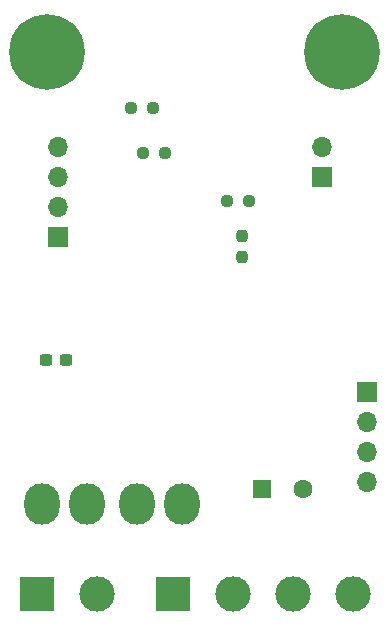
<source format=gbs>
%TF.GenerationSoftware,KiCad,Pcbnew,(6.0.5)*%
%TF.CreationDate,2023-06-01T20:28:18+03:00*%
%TF.ProjectId,led-controller,6c65642d-636f-46e7-9472-6f6c6c65722e,rev?*%
%TF.SameCoordinates,Original*%
%TF.FileFunction,Soldermask,Bot*%
%TF.FilePolarity,Negative*%
%FSLAX46Y46*%
G04 Gerber Fmt 4.6, Leading zero omitted, Abs format (unit mm)*
G04 Created by KiCad (PCBNEW (6.0.5)) date 2023-06-01 20:28:18*
%MOMM*%
%LPD*%
G01*
G04 APERTURE LIST*
G04 Aperture macros list*
%AMRoundRect*
0 Rectangle with rounded corners*
0 $1 Rounding radius*
0 $2 $3 $4 $5 $6 $7 $8 $9 X,Y pos of 4 corners*
0 Add a 4 corners polygon primitive as box body*
4,1,4,$2,$3,$4,$5,$6,$7,$8,$9,$2,$3,0*
0 Add four circle primitives for the rounded corners*
1,1,$1+$1,$2,$3*
1,1,$1+$1,$4,$5*
1,1,$1+$1,$6,$7*
1,1,$1+$1,$8,$9*
0 Add four rect primitives between the rounded corners*
20,1,$1+$1,$2,$3,$4,$5,0*
20,1,$1+$1,$4,$5,$6,$7,0*
20,1,$1+$1,$6,$7,$8,$9,0*
20,1,$1+$1,$8,$9,$2,$3,0*%
G04 Aperture macros list end*
%ADD10R,1.700000X1.700000*%
%ADD11O,1.700000X1.700000*%
%ADD12O,3.000000X3.500000*%
%ADD13R,1.600000X1.600000*%
%ADD14C,1.600000*%
%ADD15R,3.000000X3.000000*%
%ADD16C,3.000000*%
%ADD17C,0.800000*%
%ADD18C,6.400000*%
%ADD19RoundRect,0.237500X-0.237500X0.250000X-0.237500X-0.250000X0.237500X-0.250000X0.237500X0.250000X0*%
%ADD20RoundRect,0.237500X-0.250000X-0.237500X0.250000X-0.237500X0.250000X0.237500X-0.250000X0.237500X0*%
%ADD21RoundRect,0.237500X0.250000X0.237500X-0.250000X0.237500X-0.250000X-0.237500X0.250000X-0.237500X0*%
%ADD22RoundRect,0.237500X-0.300000X-0.237500X0.300000X-0.237500X0.300000X0.237500X-0.300000X0.237500X0*%
G04 APERTURE END LIST*
D10*
X93418000Y-89144000D03*
D11*
X93418000Y-86604000D03*
X93418000Y-84064000D03*
X93418000Y-81524000D03*
D12*
X95840000Y-111760000D03*
X92040000Y-111760000D03*
X103940000Y-111760000D03*
X100140000Y-111760000D03*
D13*
X110690000Y-110490000D03*
D14*
X114190000Y-110490000D03*
D15*
X91640000Y-119380000D03*
D16*
X96720000Y-119380000D03*
D10*
X119580000Y-102245000D03*
D11*
X119580000Y-104785000D03*
X119580000Y-107325000D03*
X119580000Y-109865000D03*
D17*
X119197056Y-75197056D03*
X117500000Y-71100000D03*
X119900000Y-73500000D03*
X117500000Y-75900000D03*
D18*
X117500000Y-73500000D03*
D17*
X115802944Y-71802944D03*
X115802944Y-75197056D03*
X119197056Y-71802944D03*
X115100000Y-73500000D03*
D10*
X115770000Y-84079000D03*
D11*
X115770000Y-81539000D03*
D17*
X92500000Y-71100000D03*
X90802944Y-71802944D03*
X94197056Y-71802944D03*
D18*
X92500000Y-73500000D03*
D17*
X94197056Y-75197056D03*
X94900000Y-73500000D03*
X92500000Y-75900000D03*
X90100000Y-73500000D03*
X90802944Y-75197056D03*
D15*
X103135302Y-119380000D03*
D16*
X108215302Y-119380000D03*
X113295302Y-119380000D03*
X118375302Y-119380000D03*
D19*
X108966000Y-89003500D03*
X108966000Y-90828500D03*
D20*
X99617500Y-78232000D03*
X101442500Y-78232000D03*
X100633500Y-82042000D03*
X102458500Y-82042000D03*
D21*
X109570500Y-86106000D03*
X107745500Y-86106000D03*
D22*
X92402000Y-99568000D03*
X94127000Y-99568000D03*
M02*

</source>
